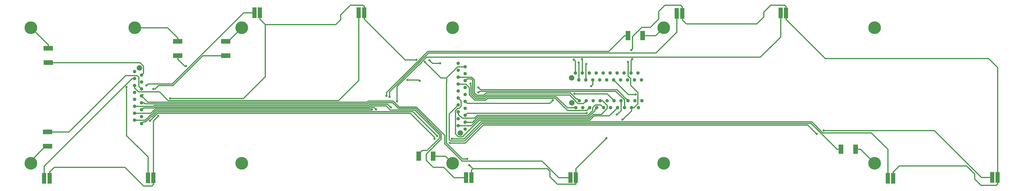
<source format=gbr>
G04 #@! TF.GenerationSoftware,KiCad,Pcbnew,5.0.2-bee76a0~70~ubuntu16.04.1*
G04 #@! TF.CreationDate,2019-05-02T01:50:19-04:00*
G04 #@! TF.ProjectId,BMS_Structural,424d535f-5374-4727-9563-747572616c2e,rev?*
G04 #@! TF.SameCoordinates,Original*
G04 #@! TF.FileFunction,Copper,L1,Top*
G04 #@! TF.FilePolarity,Positive*
%FSLAX46Y46*%
G04 Gerber Fmt 4.6, Leading zero omitted, Abs format (unit mm)*
G04 Created by KiCad (PCBNEW 5.0.2-bee76a0~70~ubuntu16.04.1) date Thu 02 May 2019 01:50:19 AM EDT*
%MOMM*%
%LPD*%
G01*
G04 APERTURE LIST*
G04 #@! TA.AperFunction,SMDPad,CuDef*
%ADD10R,1.500000X4.000000*%
G04 #@! TD*
G04 #@! TA.AperFunction,ComponentPad*
%ADD11C,1.300000*%
G04 #@! TD*
G04 #@! TA.AperFunction,ComponentPad*
%ADD12C,2.000000*%
G04 #@! TD*
G04 #@! TA.AperFunction,ComponentPad*
%ADD13C,4.648200*%
G04 #@! TD*
G04 #@! TA.AperFunction,SMDPad,CuDef*
%ADD14R,1.780000X3.500000*%
G04 #@! TD*
G04 #@! TA.AperFunction,SMDPad,CuDef*
%ADD15R,3.500000X1.780000*%
G04 #@! TD*
G04 #@! TA.AperFunction,ViaPad*
%ADD16C,0.800000*%
G04 #@! TD*
G04 #@! TA.AperFunction,Conductor*
%ADD17C,0.381000*%
G04 #@! TD*
G04 APERTURE END LIST*
D10*
G04 #@! TO.P,RT61,2*
G04 #@! TO.N,/GND_R*
X375920000Y-81915000D03*
G04 #@! TO.P,RT61,1*
G04 #@! TO.N,/MODULE6_TEMP1_R*
X373920000Y-81915000D03*
G04 #@! TD*
G04 #@! TO.P,RT62,2*
G04 #@! TO.N,/GND_R*
X337820000Y-82296000D03*
G04 #@! TO.P,RT62,1*
G04 #@! TO.N,/MODULE6_TEMP2_R*
X335820000Y-82296000D03*
G04 #@! TD*
G04 #@! TO.P,RT71,2*
G04 #@! TO.N,/GND_R*
X298704000Y-21666200D03*
G04 #@! TO.P,RT71,1*
G04 #@! TO.N,/MODULE7_TEMP1_R*
X296704000Y-21666200D03*
G04 #@! TD*
G04 #@! TO.P,RT72,2*
G04 #@! TO.N,/GND_R*
X260842000Y-21818600D03*
G04 #@! TO.P,RT72,1*
G04 #@! TO.N,/MODULE7_TEMP2_R*
X258842000Y-21818600D03*
G04 #@! TD*
G04 #@! TO.P,RT81,2*
G04 #@! TO.N,/GND_R*
X221996000Y-82042000D03*
G04 #@! TO.P,RT81,1*
G04 #@! TO.N,/MODULE8_TEMP1_R*
X219996000Y-82042000D03*
G04 #@! TD*
G04 #@! TO.P,RT82,2*
G04 #@! TO.N,/GND_R*
X183896000Y-82042000D03*
G04 #@! TO.P,RT82,1*
G04 #@! TO.N,/MODULE8_TEMP2_R*
X181896000Y-82042000D03*
G04 #@! TD*
G04 #@! TO.P,RT91,2*
G04 #@! TO.N,/GND_R*
X144764000Y-21590000D03*
G04 #@! TO.P,RT91,1*
G04 #@! TO.N,/MODULE9_TEMP1_R*
X142764000Y-21590000D03*
G04 #@! TD*
G04 #@! TO.P,RT92,2*
G04 #@! TO.N,/GND_R*
X106680000Y-21590000D03*
G04 #@! TO.P,RT92,1*
G04 #@! TO.N,/MODULE9_TEMP2_R*
X104680000Y-21590000D03*
G04 #@! TD*
G04 #@! TO.P,RT101,2*
G04 #@! TO.N,/GND_R*
X67818000Y-82092800D03*
G04 #@! TO.P,RT101,1*
G04 #@! TO.N,/MODULE10_TEMP1_R*
X65818000Y-82092800D03*
G04 #@! TD*
G04 #@! TO.P,RT102,2*
G04 #@! TO.N,/GND_R*
X29956000Y-82296000D03*
G04 #@! TO.P,RT102,1*
G04 #@! TO.N,/MODULE10_TEMP2_R*
X27956000Y-82296000D03*
G04 #@! TD*
D11*
G04 #@! TO.P,J1,5*
G04 #@! TO.N,/CELL1_VOLT_L*
X226923600Y-43688000D03*
G04 #@! TO.P,J1,3*
G04 #@! TO.N,/MODULE1_TEMP2_L*
X224383600Y-43688000D03*
G04 #@! TO.P,J1,1*
G04 #@! TO.N,/V-_L*
X221843600Y-43688000D03*
G04 #@! TO.P,J1,7*
G04 #@! TO.N,/MODULE2_TEMP1_L*
X229463600Y-43688000D03*
G04 #@! TO.P,J1,2*
G04 #@! TO.N,/CELL0_VOLT_L*
X223113600Y-46228000D03*
G04 #@! TO.P,J1,4*
G04 #@! TO.N,/MODULE1_TEMP1_L*
X225653600Y-46228000D03*
G04 #@! TO.P,J1,6*
G04 #@! TO.N,/MODULE2_TEMP2_L*
X228193600Y-46228000D03*
G04 #@! TO.P,J1,8*
G04 #@! TO.N,/CELL2_VOLT_L*
X230733600Y-46228000D03*
G04 #@! TO.P,J1,9*
G04 #@! TO.N,/MODULE3_TEMP2_L*
X232003600Y-43688000D03*
G04 #@! TO.P,J1,10*
G04 #@! TO.N,/MODULE3_TEMP1_L*
X233273600Y-46228000D03*
G04 #@! TO.P,J1,11*
G04 #@! TO.N,/CELL3_VOLT_L*
X234543600Y-43688000D03*
G04 #@! TO.P,J1,12*
G04 #@! TO.N,/MODULE4_TEMP2_L*
X235813600Y-46228000D03*
G04 #@! TO.P,J1,13*
G04 #@! TO.N,/MODULE4_TEMP1_L*
X237083600Y-43688000D03*
G04 #@! TO.P,J1,14*
G04 #@! TO.N,/CELL4_VOLT_L*
X238353600Y-46228000D03*
G04 #@! TO.P,J1,15*
G04 #@! TO.N,/MODULE5_TEMP2_L*
X239623600Y-43688000D03*
G04 #@! TO.P,J1,16*
G04 #@! TO.N,/MODULE5_TEMP1_L*
X240893600Y-46228000D03*
G04 #@! TO.P,J1,17*
G04 #@! TO.N,/GND_L*
X242163600Y-43688000D03*
G04 #@! TO.P,J1,18*
G04 #@! TO.N,Net-(J1-Pad18)*
X243433600Y-46228000D03*
G04 #@! TO.P,J1,19*
G04 #@! TO.N,Net-(J1-Pad19)*
X244703600Y-43688000D03*
G04 #@! TO.P,J1,20*
G04 #@! TO.N,Net-(J1-Pad20)*
X245973600Y-46228000D03*
D12*
G04 #@! TO.P,J1,21*
G04 #@! TO.N,N/C*
X220443600Y-45488000D03*
G04 #@! TD*
D11*
G04 #@! TO.P,J3,5*
G04 #@! TO.N,/CELL1_VOLT_R*
X227025200Y-56388000D03*
G04 #@! TO.P,J3,3*
G04 #@! TO.N,/MODULE1_TEMP2_R*
X224485200Y-56388000D03*
G04 #@! TO.P,J3,1*
G04 #@! TO.N,/V-_R*
X221945200Y-56388000D03*
G04 #@! TO.P,J3,7*
G04 #@! TO.N,/MODULE2_TEMP1_R*
X229565200Y-56388000D03*
G04 #@! TO.P,J3,2*
G04 #@! TO.N,/CELL0_VOLT_R*
X223215200Y-53848000D03*
G04 #@! TO.P,J3,4*
G04 #@! TO.N,/MODULE1_TEMP1_R*
X225755200Y-53848000D03*
G04 #@! TO.P,J3,6*
G04 #@! TO.N,/MODULE2_TEMP2_R*
X228295200Y-53848000D03*
G04 #@! TO.P,J3,8*
G04 #@! TO.N,/CELL2_VOLT_R*
X230835200Y-53848000D03*
G04 #@! TO.P,J3,9*
G04 #@! TO.N,/MODULE3_TEMP2_R*
X232105200Y-56388000D03*
G04 #@! TO.P,J3,10*
G04 #@! TO.N,/MODULE3_TEMP1_R*
X233375200Y-53848000D03*
G04 #@! TO.P,J3,11*
G04 #@! TO.N,/CELL3_VOLT_R*
X234645200Y-56388000D03*
G04 #@! TO.P,J3,12*
G04 #@! TO.N,/MODULE4_TEMP2_R*
X235915200Y-53848000D03*
G04 #@! TO.P,J3,13*
G04 #@! TO.N,/MODULE4_TEMP1_R*
X237185200Y-56388000D03*
G04 #@! TO.P,J3,14*
G04 #@! TO.N,/CELL4_VOLT_R*
X238455200Y-53848000D03*
G04 #@! TO.P,J3,15*
G04 #@! TO.N,/MODULE5_TEMP2_R*
X239725200Y-56388000D03*
G04 #@! TO.P,J3,16*
G04 #@! TO.N,/MODULE5_TEMP1_R*
X240995200Y-53848000D03*
G04 #@! TO.P,J3,17*
G04 #@! TO.N,/GND_R*
X242265200Y-56388000D03*
G04 #@! TO.P,J3,18*
G04 #@! TO.N,Net-(J3-Pad18)*
X243535200Y-53848000D03*
G04 #@! TO.P,J3,19*
G04 #@! TO.N,Net-(J3-Pad19)*
X244805200Y-56388000D03*
G04 #@! TO.P,J3,20*
G04 #@! TO.N,Net-(J3-Pad20)*
X246075200Y-53848000D03*
D12*
G04 #@! TO.P,J3,21*
G04 #@! TO.N,N/C*
X220545200Y-54588000D03*
G04 #@! TD*
D13*
G04 #@! TO.P,B1,1*
G04 #@! TO.N,Net-(B1-Pad1)*
X23061600Y-27051000D03*
G04 #@! TD*
G04 #@! TO.P,B2,1*
G04 #@! TO.N,Net-(B2-Pad1)*
X100061600Y-76827800D03*
G04 #@! TD*
G04 #@! TO.P,B3,1*
G04 #@! TO.N,Net-(B3-Pad1)*
X177061600Y-27051000D03*
G04 #@! TD*
G04 #@! TO.P,B4,1*
G04 #@! TO.N,Net-(B4-Pad1)*
X254061601Y-76827800D03*
G04 #@! TD*
G04 #@! TO.P,B5,1*
G04 #@! TO.N,Net-(B5-Pad1)*
X331061601Y-27051000D03*
G04 #@! TD*
G04 #@! TO.P,B6,1*
G04 #@! TO.N,Net-(B6-Pad1)*
X331061601Y-76827800D03*
G04 #@! TD*
G04 #@! TO.P,B7,1*
G04 #@! TO.N,Net-(B7-Pad1)*
X254061601Y-27051000D03*
G04 #@! TD*
G04 #@! TO.P,B8,1*
G04 #@! TO.N,Net-(B8-Pad1)*
X177061600Y-76827800D03*
G04 #@! TD*
G04 #@! TO.P,B10,1*
G04 #@! TO.N,Net-(B10-Pad1)*
X23061600Y-76827800D03*
G04 #@! TD*
G04 #@! TO.P,B12,1*
G04 #@! TO.N,Net-(B12-Pad1)*
X61061600Y-27051000D03*
G04 #@! TD*
D11*
G04 #@! TO.P,J2,5*
G04 #@! TO.N,/MODULE9_TEMP1_R*
X60960000Y-48260000D03*
G04 #@! TO.P,J2,3*
G04 #@! TO.N,/MODULE10_TEMP2_R*
X60960000Y-45720000D03*
G04 #@! TO.P,J2,1*
G04 #@! TO.N,/MODULE10_TEMP1_R*
X60960000Y-43180000D03*
G04 #@! TO.P,J2,7*
G04 #@! TO.N,/MODULE9_TEMP2_R*
X60960000Y-50800000D03*
G04 #@! TO.P,J2,2*
G04 #@! TO.N,/CELL10_VOLT_R*
X63500000Y-44450000D03*
G04 #@! TO.P,J2,4*
G04 #@! TO.N,/V-_R*
X63500000Y-46990000D03*
G04 #@! TO.P,J2,6*
G04 #@! TO.N,/CELL9_VOLT_R*
X63500000Y-49530000D03*
G04 #@! TO.P,J2,8*
G04 #@! TO.N,/MODULE8_TEMP1_R*
X63500000Y-52070000D03*
G04 #@! TO.P,J2,9*
G04 #@! TO.N,/CELL8_VOLT_R*
X60960000Y-53340000D03*
G04 #@! TO.P,J2,10*
G04 #@! TO.N,/MODULE8_TEMP2_R*
X63500000Y-54610000D03*
G04 #@! TO.P,J2,11*
G04 #@! TO.N,/MODULE7_TEMP1_R*
X60960000Y-55880000D03*
G04 #@! TO.P,J2,12*
G04 #@! TO.N,/CELL7_VOLT_R*
X63500000Y-57150000D03*
G04 #@! TO.P,J2,13*
G04 #@! TO.N,/MODULE7_TEMP2_R*
X60960000Y-58420000D03*
G04 #@! TO.P,J2,14*
G04 #@! TO.N,/MODULE6_TEMP1_R*
X63500000Y-59690000D03*
G04 #@! TO.P,J2,15*
G04 #@! TO.N,/CELL6_VOLT_R*
X60960000Y-60960000D03*
G04 #@! TO.P,J2,16*
G04 #@! TO.N,/MODULE6_TEMP2_R*
X63500000Y-62230000D03*
D12*
G04 #@! TO.P,J2,17*
G04 #@! TO.N,N/C*
X62760000Y-41780000D03*
G04 #@! TD*
D11*
G04 #@! TO.P,J4,5*
G04 #@! TO.N,/CELL4_VOLT_R*
X181610000Y-59182000D03*
G04 #@! TO.P,J4,3*
G04 #@! TO.N,/MODULE2_TEMP1_R*
X181610000Y-61722000D03*
G04 #@! TO.P,J4,1*
G04 #@! TO.N,/MODULE2_TEMP2_R*
X181610000Y-64262000D03*
G04 #@! TO.P,J4,7*
G04 #@! TO.N,/MODULE3_TEMP1_R*
X181610000Y-56642000D03*
G04 #@! TO.P,J4,2*
G04 #@! TO.N,/CELL2_VOLT_R*
X179070000Y-62992000D03*
G04 #@! TO.P,J4,4*
G04 #@! TO.N,/MODULE1_TEMP2_R*
X179070000Y-60452000D03*
G04 #@! TO.P,J4,6*
G04 #@! TO.N,/MODULE3_TEMP2_R*
X179070000Y-57912000D03*
G04 #@! TO.P,J4,8*
G04 #@! TO.N,/CELL5_VOLT_R*
X179070000Y-55372000D03*
G04 #@! TO.P,J4,9*
G04 #@! TO.N,/MODULE4_TEMP2_R*
X181610000Y-54102000D03*
G04 #@! TO.P,J4,10*
G04 #@! TO.N,/MODULE4_TEMP1_R*
X179070000Y-52832000D03*
G04 #@! TO.P,J4,11*
G04 #@! TO.N,/CELL3_VOLT_R*
X181610000Y-51562000D03*
G04 #@! TO.P,J4,12*
G04 #@! TO.N,/MODULE5_TEMP2_R*
X179070000Y-50292000D03*
G04 #@! TO.P,J4,13*
G04 #@! TO.N,/MODULE5_TEMP1_R*
X181610000Y-49022000D03*
G04 #@! TO.P,J4,14*
G04 #@! TO.N,/CELL1_VOLT_R*
X179070000Y-47752000D03*
G04 #@! TO.P,J4,15*
G04 #@! TO.N,/MODULE1_TEMP1_R*
X181610000Y-46482000D03*
G04 #@! TO.P,J4,16*
G04 #@! TO.N,/CELL0_VOLT_R*
X179070000Y-45212000D03*
G04 #@! TO.P,J4,17*
G04 #@! TO.N,/V+_R*
X181610000Y-43942000D03*
G04 #@! TO.P,J4,18*
G04 #@! TO.N,/VREG_R*
X179070000Y-42672000D03*
G04 #@! TO.P,J4,19*
G04 #@! TO.N,/GND_R*
X181610000Y-41402000D03*
G04 #@! TO.P,J4,20*
G04 #@! TO.N,Net-(J4-Pad20)*
X179070000Y-40132000D03*
D12*
G04 #@! TO.P,J4,21*
G04 #@! TO.N,N/C*
X179810000Y-65662000D03*
G04 #@! TD*
D13*
G04 #@! TO.P,B9,1*
G04 #@! TO.N,Net-(B9-Pad1)*
X100061600Y-27051000D03*
G04 #@! TD*
D14*
G04 #@! TO.P,F6,1*
G04 #@! TO.N,/CELL5_VOLT_R*
X318770000Y-71628000D03*
G04 #@! TO.P,F6,2*
G04 #@! TO.N,Net-(B6-Pad1)*
X324050000Y-71628000D03*
G04 #@! TD*
G04 #@! TO.P,F7,2*
G04 #@! TO.N,Net-(B7-Pad1)*
X246326000Y-29972000D03*
G04 #@! TO.P,F7,1*
G04 #@! TO.N,/CELL6_VOLT_R*
X241046000Y-29972000D03*
G04 #@! TD*
G04 #@! TO.P,F8,1*
G04 #@! TO.N,/CELL7_VOLT_R*
X164646000Y-74168000D03*
G04 #@! TO.P,F8,2*
G04 #@! TO.N,Net-(B8-Pad1)*
X169926000Y-74168000D03*
G04 #@! TD*
D15*
G04 #@! TO.P,F9,2*
G04 #@! TO.N,Net-(B9-Pad1)*
X94234000Y-32058000D03*
G04 #@! TO.P,F9,1*
G04 #@! TO.N,/CELL8_VOLT_R*
X94234000Y-37338000D03*
G04 #@! TD*
G04 #@! TO.P,F10,2*
G04 #@! TO.N,Net-(B10-Pad1)*
X29210000Y-70558000D03*
G04 #@! TO.P,F10,1*
G04 #@! TO.N,/CELL9_VOLT_R*
X29210000Y-65278000D03*
G04 #@! TD*
G04 #@! TO.P,F12,2*
G04 #@! TO.N,Net-(B12-Pad1)*
X76708000Y-32058000D03*
G04 #@! TO.P,F12,1*
G04 #@! TO.N,/V+_R*
X76708000Y-37338000D03*
G04 #@! TD*
G04 #@! TO.P,F11,2*
G04 #@! TO.N,Net-(B1-Pad1)*
X29464000Y-34598000D03*
G04 #@! TO.P,F11,1*
G04 #@! TO.N,/CELL10_VOLT_R*
X29464000Y-39878000D03*
G04 #@! TD*
D16*
G04 #@! TO.N,/MODULE5_TEMP2_R*
X186436012Y-50800000D03*
G04 #@! TO.N,/MODULE4_TEMP2_R*
X221475836Y-51336510D03*
X213614000Y-53660554D03*
G04 #@! TO.N,/MODULE5_TEMP1_R*
X186436000Y-49022000D03*
G04 #@! TO.N,/MODULE10_TEMP1_R*
X57995331Y-48883382D03*
G04 #@! TO.N,/V+_R*
X79756000Y-41148000D03*
X172466000Y-40132000D03*
X168584601Y-39066160D03*
G04 #@! TO.N,/MODULE9_TEMP2_R*
X65278000Y-48260000D03*
G04 #@! TO.N,/MODULE7_TEMP2_R*
X153981102Y-52399658D03*
X149098000Y-57048479D03*
G04 #@! TO.N,/MODULE7_TEMP1_R*
X156701648Y-54085647D03*
X154482973Y-56337023D03*
G04 #@! TO.N,/MODULE6_TEMP1_R*
X66547994Y-61214000D03*
X170434000Y-67818000D03*
X176022000Y-69342000D03*
X309880000Y-66040000D03*
X312420000Y-64770000D03*
G04 #@! TO.N,/MODULE6_TEMP2_R*
X171450000Y-66801996D03*
X176784000Y-67789490D03*
G04 #@! TO.N,/GND_R*
X233172000Y-67564000D03*
X183134000Y-77470000D03*
X182372000Y-75155490D03*
X239014000Y-60785468D03*
X166878000Y-39624000D03*
X163830000Y-38862000D03*
X73914000Y-52981402D03*
X69596000Y-59436000D03*
X242179489Y-35269243D03*
X241046000Y-39624000D03*
G04 #@! TO.N,/GND_L*
X242570000Y-38608000D03*
G04 #@! TO.N,/V-_R*
X183511978Y-47555655D03*
X160528000Y-46228000D03*
X164964956Y-46565053D03*
G04 #@! TO.N,/CELL3_VOLT_R*
X181610000Y-51562000D03*
G04 #@! TO.N,/CELL4_VOLT_R*
X236982000Y-58928000D03*
X225919515Y-58426457D03*
G04 #@! TO.N,/CELL8_VOLT_R*
X67818000Y-49530000D03*
G04 #@! TO.N,/CELL6_VOLT_R*
X152908000Y-52070000D03*
X147574000Y-57048479D03*
G04 #@! TO.N,/CELL0_VOLT_L*
X223012000Y-39878000D03*
G04 #@! TO.N,/V-_L*
X221204164Y-38739787D03*
G04 #@! TO.N,/MODULE1_TEMP2_L*
X224292519Y-38636510D03*
G04 #@! TO.N,/MODULE1_TEMP1_L*
X225806000Y-40386000D03*
G04 #@! TO.N,/MODULE2_TEMP2_L*
X227584000Y-48514000D03*
G04 #@! TO.N,/MODULE4_TEMP2_L*
X243811490Y-51562000D03*
G04 #@! TD*
D17*
G04 #@! TO.N,/MODULE5_TEMP2_R*
X186836011Y-50400001D02*
X186436012Y-50800000D01*
X239725200Y-56388000D02*
X239725200Y-53543200D01*
X236582001Y-50400001D02*
X186836011Y-50400001D01*
X239725200Y-53543200D02*
X236582001Y-50400001D01*
G04 #@! TO.N,/MODULE4_TEMP2_R*
X222041521Y-51336510D02*
X221475836Y-51336510D01*
X235915200Y-53848000D02*
X233403710Y-51336510D01*
X233403710Y-51336510D02*
X222041521Y-51336510D01*
X212522555Y-54751999D02*
X213214001Y-54060553D01*
X213214001Y-54060553D02*
X213614000Y-53660554D01*
X182259999Y-54751999D02*
X212522555Y-54751999D01*
X181610000Y-54102000D02*
X182259999Y-54751999D01*
G04 #@! TO.N,/MODULE4_TEMP1_R*
X179719999Y-53481999D02*
X179070000Y-52832000D01*
X180110501Y-55871441D02*
X180110501Y-53872501D01*
X179339942Y-56642000D02*
X180110501Y-55871441D01*
X178800058Y-56642000D02*
X179339942Y-56642000D01*
X178029499Y-57412559D02*
X178800058Y-56642000D01*
X178029499Y-65939441D02*
X178029499Y-57412559D01*
X186690000Y-60960000D02*
X180597499Y-67052501D01*
X180110501Y-53872501D02*
X179719999Y-53481999D01*
X237185200Y-56388000D02*
X234188000Y-59385200D01*
X234188000Y-59385200D02*
X228650800Y-59385200D01*
X228650800Y-59385200D02*
X227076000Y-60960000D01*
X227076000Y-60960000D02*
X186690000Y-60960000D01*
X180597499Y-67052501D02*
X179142559Y-67052501D01*
X179142559Y-67052501D02*
X178029499Y-65939441D01*
G04 #@! TO.N,/MODULE2_TEMP1_R*
X182529238Y-61722000D02*
X181610000Y-61722000D01*
X228915201Y-57477454D02*
X226594677Y-59797978D01*
X228915201Y-57037999D02*
X228915201Y-57477454D01*
X229565200Y-56388000D02*
X228915201Y-57037999D01*
X184284654Y-61722000D02*
X182529238Y-61722000D01*
X186208676Y-59797978D02*
X184284654Y-61722000D01*
X226594677Y-59797978D02*
X186208676Y-59797978D01*
G04 #@! TO.N,/MODULE5_TEMP1_R*
X187198000Y-49784000D02*
X186436000Y-49022000D01*
X236982000Y-49784000D02*
X187198000Y-49784000D01*
X239373688Y-52175688D02*
X236982000Y-49784000D01*
X239373688Y-52226488D02*
X239373688Y-52175688D01*
X240995200Y-53848000D02*
X239373688Y-52226488D01*
G04 #@! TO.N,/MODULE3_TEMP2_R*
X232105200Y-56388000D02*
X231064699Y-55347499D01*
X231064699Y-55347499D02*
X229065759Y-55347499D01*
X185968014Y-59216967D02*
X184962480Y-60222501D01*
X180461263Y-60222501D02*
X179070000Y-58831238D01*
X228065701Y-57505281D02*
X226354015Y-59216967D01*
X184962480Y-60222501D02*
X180461263Y-60222501D01*
X226354015Y-59216967D02*
X185968014Y-59216967D01*
X228065701Y-56347557D02*
X228065701Y-57505281D01*
X229065759Y-55347499D02*
X228065701Y-56347557D01*
X179070000Y-58831238D02*
X179070000Y-57912000D01*
G04 #@! TO.N,/MODULE1_TEMP1_R*
X188580103Y-52425512D02*
X185561897Y-52425512D01*
X222715759Y-54888501D02*
X221935701Y-54108443D01*
X189297593Y-51708022D02*
X188580103Y-52425512D01*
X183794383Y-45832001D02*
X182259999Y-45832001D01*
X184302488Y-51166103D02*
X184302488Y-46340106D01*
X185561897Y-52425512D02*
X184302488Y-51166103D01*
X221935701Y-53920559D02*
X219723164Y-51708022D01*
X182259999Y-45832001D02*
X181610000Y-46482000D01*
X225755200Y-53848000D02*
X224714699Y-54888501D01*
X221935701Y-54108443D02*
X221935701Y-53920559D01*
X224714699Y-54888501D02*
X222715759Y-54888501D01*
X219723164Y-51708022D02*
X189297593Y-51708022D01*
X184302488Y-46340106D02*
X183794383Y-45832001D01*
G04 #@! TO.N,/MODULE10_TEMP1_R*
X57995331Y-49449067D02*
X57995331Y-48883382D01*
X65818000Y-74454000D02*
X57995331Y-66631331D01*
X57995331Y-66631331D02*
X57995331Y-49449067D01*
X65818000Y-82092800D02*
X65818000Y-74454000D01*
G04 #@! TO.N,/MODULE10_TEMP2_R*
X60960000Y-45720000D02*
X60040762Y-45720000D01*
X27956000Y-79915000D02*
X27956000Y-82296000D01*
X27956000Y-77804762D02*
X27956000Y-79915000D01*
X60040762Y-45720000D02*
X27956000Y-77804762D01*
G04 #@! TO.N,/V+_R*
X79247000Y-41148000D02*
X79756000Y-41148000D01*
X76708000Y-38609000D02*
X79247000Y-41148000D01*
X76708000Y-37338000D02*
X76708000Y-38609000D01*
X169650441Y-40132000D02*
X168984600Y-39466159D01*
X168984600Y-39466159D02*
X168584601Y-39066160D01*
X172466000Y-40132000D02*
X169650441Y-40132000D01*
G04 #@! TO.N,/MODULE8_TEMP2_R*
X155058561Y-54514944D02*
X157220584Y-56676967D01*
X167386000Y-73365619D02*
X167386000Y-75692000D01*
X64419238Y-54610000D02*
X64743172Y-54933934D01*
X64743172Y-54933934D02*
X146053583Y-54933934D01*
X157220584Y-56676967D02*
X163476313Y-56676967D01*
X63500000Y-54610000D02*
X64419238Y-54610000D01*
X146472572Y-54514944D02*
X155058561Y-54514944D01*
X163476313Y-56676967D02*
X172821512Y-66022166D01*
X169926000Y-78232000D02*
X173736000Y-78232000D01*
X180765000Y-82042000D02*
X181896000Y-82042000D01*
X146053583Y-54933934D02*
X146472572Y-54514944D01*
X167386000Y-75692000D02*
X169926000Y-78232000D01*
X172821512Y-66022166D02*
X172821512Y-67930107D01*
X172821512Y-67930107D02*
X167386000Y-73365619D01*
X173736000Y-78232000D02*
X177546000Y-82042000D01*
X177546000Y-82042000D02*
X180765000Y-82042000D01*
G04 #@! TO.N,/MODULE8_TEMP1_R*
X64008000Y-51562000D02*
X63500000Y-52070000D01*
X218865000Y-82042000D02*
X219996000Y-82042000D01*
X65782923Y-54352923D02*
X145812920Y-54352923D01*
X63500000Y-52070000D02*
X65782923Y-54352923D01*
X174170989Y-66549970D02*
X174170989Y-69582662D01*
X145812920Y-54352923D02*
X146231910Y-53933933D01*
X174170989Y-69582662D02*
X180534327Y-75946000D01*
X163716975Y-56095956D02*
X174170989Y-66549970D01*
X157461246Y-56095956D02*
X163716975Y-56095956D01*
X155299223Y-53933933D02*
X157461246Y-56095956D01*
X215695159Y-82042000D02*
X218865000Y-82042000D01*
X209599159Y-75946000D02*
X215695159Y-82042000D01*
X146231910Y-53933933D02*
X155299223Y-53933933D01*
X180534327Y-75946000D02*
X209599159Y-75946000D01*
G04 #@! TO.N,/MODULE9_TEMP2_R*
X61087000Y-50673000D02*
X60960000Y-50800000D01*
X104680000Y-21590000D02*
X100778327Y-21590000D01*
X65677999Y-47860001D02*
X65278000Y-48260000D01*
X74689339Y-47678989D02*
X65859011Y-47678989D01*
X100778327Y-21590000D02*
X74689339Y-47678989D01*
X65859011Y-47678989D02*
X65677999Y-47860001D01*
G04 #@! TO.N,/MODULE9_TEMP1_R*
X142764000Y-23971000D02*
X142764000Y-21590000D01*
X135358030Y-53771912D02*
X142764000Y-46365942D01*
X73175966Y-53771912D02*
X135358030Y-53771912D01*
X60960000Y-48260000D02*
X60960000Y-49179238D01*
X60960000Y-49179238D02*
X62351263Y-50570501D01*
X142764000Y-46365942D02*
X142764000Y-23971000D01*
X62351263Y-50570501D02*
X69974555Y-50570501D01*
X69974555Y-50570501D02*
X73175966Y-53771912D01*
G04 #@! TO.N,/MODULE7_TEMP2_R*
X168188383Y-36322000D02*
X165201512Y-39308871D01*
X153981102Y-51833973D02*
X153981102Y-52399658D01*
X153981102Y-50529281D02*
X153981102Y-51833973D01*
X165201512Y-39482103D02*
X164450103Y-40233512D01*
X165201512Y-39308871D02*
X165201512Y-39482103D01*
X258842000Y-21818600D02*
X258842000Y-28686000D01*
X164276871Y-40233512D02*
X153981102Y-50529281D01*
X164450103Y-40233512D02*
X164276871Y-40233512D01*
X251206000Y-36322000D02*
X168188383Y-36322000D01*
X258842000Y-28686000D02*
X251206000Y-36322000D01*
X147194558Y-56257977D02*
X148307498Y-56257977D01*
X146775568Y-56676967D02*
X147194558Y-56257977D01*
X68620008Y-56676967D02*
X146775568Y-56676967D01*
X66876975Y-58420000D02*
X68620008Y-56676967D01*
X60960000Y-58420000D02*
X66876975Y-58420000D01*
X148307498Y-56257977D02*
X148698001Y-56648480D01*
X148698001Y-56648480D02*
X149098000Y-57048479D01*
G04 #@! TO.N,/MODULE7_TEMP1_R*
X67773629Y-55880000D02*
X68138684Y-55514945D01*
X146294244Y-55514945D02*
X146713234Y-55095955D01*
X146713234Y-55095955D02*
X153241905Y-55095955D01*
X154082974Y-55937024D02*
X154482973Y-56337023D01*
X153241905Y-55095955D02*
X154082974Y-55937024D01*
X60960000Y-55880000D02*
X67773629Y-55880000D01*
X68138684Y-55514945D02*
X146294244Y-55514945D01*
X242977944Y-37846000D02*
X242949442Y-37817498D01*
X296704000Y-30448000D02*
X289306000Y-37846000D01*
X242949442Y-37817498D02*
X242190558Y-37817498D01*
X164690765Y-40814523D02*
X164517533Y-40814523D01*
X167486056Y-37846000D02*
X165782523Y-39549533D01*
X242190558Y-37817498D02*
X242162056Y-37846000D01*
X156701648Y-53519962D02*
X156701648Y-54085647D01*
X164517533Y-40814523D02*
X156701648Y-48630408D01*
X296704000Y-21666200D02*
X296704000Y-30448000D01*
X242162056Y-37846000D02*
X167486056Y-37846000D01*
X165782523Y-39722765D02*
X164690765Y-40814523D01*
X165782523Y-39549533D02*
X165782523Y-39722765D01*
X156701648Y-48630408D02*
X156701648Y-53519962D01*
X289306000Y-37846000D02*
X242977944Y-37846000D01*
G04 #@! TO.N,/MODULE6_TEMP1_R*
X369951000Y-81915000D02*
X373920000Y-81915000D01*
X352806000Y-64770000D02*
X369951000Y-81915000D01*
X312420000Y-64770000D02*
X352806000Y-64770000D01*
X181610000Y-69342000D02*
X188214000Y-62738000D01*
X176022000Y-69342000D02*
X181610000Y-69342000D01*
X188214000Y-62738000D02*
X306578000Y-62738000D01*
X306578000Y-62738000D02*
X309880000Y-66040000D01*
X170434000Y-67310000D02*
X170434000Y-67818000D01*
X66547994Y-61214000D02*
X69341994Y-58420000D01*
X69341994Y-58420000D02*
X161544000Y-58420000D01*
X161544000Y-58420000D02*
X170434000Y-67310000D01*
G04 #@! TO.N,/MODULE6_TEMP2_R*
X187401707Y-61575978D02*
X181188195Y-67789490D01*
X335820000Y-82296000D02*
X335820000Y-71660000D01*
X312085069Y-65605011D02*
X308056036Y-61575978D01*
X177349685Y-67789490D02*
X176784000Y-67789490D01*
X308056036Y-61575978D02*
X187401707Y-61575978D01*
X181188195Y-67789490D02*
X177349685Y-67789490D01*
X335820000Y-71660000D02*
X329765011Y-65605011D01*
X329765011Y-65605011D02*
X312085069Y-65605011D01*
X69101332Y-57838989D02*
X162486993Y-57838989D01*
X162486993Y-57838989D02*
X171050001Y-66401997D01*
X64149999Y-61580001D02*
X65031344Y-61580001D01*
X65031344Y-61580001D02*
X67029323Y-59582022D01*
X67358299Y-59582022D02*
X69101332Y-57838989D01*
X67029323Y-59582022D02*
X67358299Y-59582022D01*
X63500000Y-62230000D02*
X64149999Y-61580001D01*
X171050001Y-66401997D02*
X171450000Y-66801996D01*
G04 #@! TO.N,/GND_R*
X375920000Y-84296000D02*
X375380000Y-84836000D01*
X375920000Y-81915000D02*
X375920000Y-84296000D01*
X375380000Y-84836000D02*
X369824000Y-84836000D01*
X369824000Y-84836000D02*
X367538000Y-82550000D01*
X367538000Y-80706514D02*
X364555486Y-77724000D01*
X367538000Y-82550000D02*
X367538000Y-80706514D01*
X337820000Y-79915000D02*
X337820000Y-82296000D01*
X340011000Y-77724000D02*
X337820000Y-79915000D01*
X364555486Y-77724000D02*
X340011000Y-77724000D01*
X298704000Y-24047200D02*
X298704000Y-21666200D01*
X375920000Y-81915000D02*
X375920000Y-41656000D01*
X313010800Y-38354000D02*
X298704000Y-24047200D01*
X375920000Y-41656000D02*
X372618000Y-38354000D01*
X372618000Y-38354000D02*
X313010800Y-38354000D01*
X298704000Y-19285200D02*
X298694499Y-19275699D01*
X298704000Y-21666200D02*
X298704000Y-19285200D01*
X298704000Y-19285200D02*
X298685200Y-19285200D01*
X298685200Y-19285200D02*
X298196000Y-18796000D01*
X298196000Y-18796000D02*
X293116000Y-18796000D01*
X293116000Y-18796000D02*
X290576000Y-21336000D01*
X290576000Y-23134286D02*
X288056286Y-25654000D01*
X290576000Y-21336000D02*
X290576000Y-23134286D01*
X260842000Y-24199600D02*
X260842000Y-21818600D01*
X262296400Y-25654000D02*
X260842000Y-24199600D01*
X288056286Y-25654000D02*
X262296400Y-25654000D01*
X221996000Y-78740000D02*
X221996000Y-82042000D01*
X233172000Y-67564000D02*
X221996000Y-78740000D01*
X211571486Y-78740000D02*
X184817000Y-78740000D01*
X221996000Y-82042000D02*
X221996000Y-84423000D01*
X212504111Y-79672625D02*
X211571486Y-78740000D01*
X221996000Y-84423000D02*
X221986499Y-84432501D01*
X215242501Y-84432501D02*
X212504111Y-81694111D01*
X212504111Y-81694111D02*
X212504111Y-79672625D01*
X221986499Y-84432501D02*
X215242501Y-84432501D01*
X184404000Y-78740000D02*
X183134000Y-77470000D01*
X184817000Y-78740000D02*
X184404000Y-78740000D01*
X183896000Y-79248000D02*
X183896000Y-82042000D01*
X184404000Y-78740000D02*
X183896000Y-79248000D01*
X178800058Y-41402000D02*
X174752000Y-45450058D01*
X181610000Y-41402000D02*
X178800058Y-41402000D01*
X242265200Y-57534268D02*
X239413999Y-60385469D01*
X242265200Y-56388000D02*
X242265200Y-57534268D01*
X239413999Y-60385469D02*
X239014000Y-60785468D01*
X144764000Y-23971000D02*
X144764000Y-21590000D01*
X159655000Y-38862000D02*
X144764000Y-23971000D01*
X163830000Y-38862000D02*
X159655000Y-38862000D01*
X106680000Y-23971000D02*
X106680000Y-21590000D01*
X144526000Y-19050000D02*
X144272000Y-18796000D01*
X144605000Y-19050000D02*
X144526000Y-19050000D01*
X139700000Y-18796000D02*
X136144000Y-22352000D01*
X144764000Y-21590000D02*
X144764000Y-19209000D01*
X144764000Y-19209000D02*
X144605000Y-19050000D01*
X134366000Y-25908000D02*
X108617000Y-25908000D01*
X144272000Y-18796000D02*
X139700000Y-18796000D01*
X136144000Y-22352000D02*
X136144000Y-24130000D01*
X136144000Y-24130000D02*
X134366000Y-25908000D01*
X108617000Y-25908000D02*
X106680000Y-23971000D01*
X108617000Y-25908000D02*
X108617000Y-45053000D01*
X74479685Y-52981402D02*
X73914000Y-52981402D01*
X108617000Y-45053000D02*
X100688598Y-52981402D01*
X100688598Y-52981402D02*
X74479685Y-52981402D01*
X67818000Y-61214000D02*
X69196001Y-59835999D01*
X67818000Y-82092800D02*
X67818000Y-61214000D01*
X69196001Y-59835999D02*
X69596000Y-59436000D01*
X29956000Y-79915000D02*
X29956000Y-82296000D01*
X31639000Y-78232000D02*
X29956000Y-79915000D01*
X67818000Y-82092800D02*
X67818000Y-84473800D01*
X67818000Y-84473800D02*
X67201800Y-85090000D01*
X64262000Y-85090000D02*
X57404000Y-78232000D01*
X57404000Y-78232000D02*
X31639000Y-78232000D01*
X67201800Y-85090000D02*
X64262000Y-85090000D01*
X242579488Y-34869244D02*
X242179489Y-35269243D01*
X254508000Y-18796000D02*
X252222000Y-21082000D01*
X260200400Y-18796000D02*
X254508000Y-18796000D01*
X252222000Y-23876000D02*
X249174000Y-26924000D01*
X242678370Y-34770362D02*
X242579488Y-34869244D01*
X260842000Y-19437600D02*
X260200400Y-18796000D01*
X252222000Y-21082000D02*
X252222000Y-23876000D01*
X260842000Y-21818600D02*
X260842000Y-19437600D01*
X249174000Y-26924000D02*
X246031098Y-26924000D01*
X246031098Y-26924000D02*
X242678370Y-30276728D01*
X242678370Y-30276728D02*
X242678370Y-34770362D01*
X242265200Y-56388000D02*
X243184438Y-56388000D01*
X244602000Y-54970438D02*
X244602000Y-50800000D01*
X241934101Y-45728559D02*
X241046000Y-44840458D01*
X241046000Y-40189685D02*
X241046000Y-39624000D01*
X241934101Y-48132101D02*
X241934101Y-45728559D01*
X243184438Y-56388000D02*
X244602000Y-54970438D01*
X244602000Y-50800000D02*
X241934101Y-48132101D01*
X241046000Y-44840458D02*
X241046000Y-40189685D01*
X180565490Y-75155490D02*
X181806315Y-75155490D01*
X174780501Y-47115441D02*
X174752000Y-47143942D01*
X174752000Y-45450058D02*
X174780501Y-45478559D01*
X181806315Y-75155490D02*
X182372000Y-75155490D01*
X174752000Y-69342000D02*
X180565490Y-75155490D01*
X174752000Y-47143942D02*
X174752000Y-69342000D01*
X174780501Y-45478559D02*
X174780501Y-47115441D01*
X174752000Y-45450058D02*
X172704058Y-45450058D01*
X167277999Y-40023999D02*
X166878000Y-39624000D01*
X172704058Y-45450058D02*
X167277999Y-40023999D01*
G04 #@! TO.N,/GND_L*
X242163600Y-39014400D02*
X242570000Y-38608000D01*
X242163600Y-43688000D02*
X242163600Y-39014400D01*
G04 #@! TO.N,Net-(J3-Pad19)*
X244805200Y-56388000D02*
X245034699Y-56158501D01*
G04 #@! TO.N,Net-(B1-Pad1)*
X29464000Y-33327000D02*
X23188000Y-27051000D01*
X23188000Y-27051000D02*
X23061600Y-27051000D01*
X29464000Y-34598000D02*
X29464000Y-33327000D01*
G04 #@! TO.N,Net-(B6-Pad1)*
X325861801Y-71628000D02*
X331061601Y-76827800D01*
X324050000Y-71628000D02*
X325861801Y-71628000D01*
G04 #@! TO.N,Net-(B7-Pad1)*
X251140601Y-29972000D02*
X254061601Y-27051000D01*
X246326000Y-29972000D02*
X251140601Y-29972000D01*
G04 #@! TO.N,Net-(B8-Pad1)*
X174401800Y-74168000D02*
X177061600Y-76827800D01*
X169926000Y-74168000D02*
X174401800Y-74168000D01*
G04 #@! TO.N,Net-(B9-Pad1)*
X95054600Y-32058000D02*
X94234000Y-32058000D01*
X100061600Y-27051000D02*
X95054600Y-32058000D01*
G04 #@! TO.N,Net-(B10-Pad1)*
X23061600Y-75846400D02*
X23061600Y-76827800D01*
X28350000Y-70558000D02*
X23061600Y-75846400D01*
X29210000Y-70558000D02*
X28350000Y-70558000D01*
G04 #@! TO.N,Net-(B12-Pad1)*
X64348373Y-27051000D02*
X61061600Y-27051000D01*
X72972000Y-27051000D02*
X64348373Y-27051000D01*
X76708000Y-30787000D02*
X72972000Y-27051000D01*
X76708000Y-32058000D02*
X76708000Y-30787000D01*
G04 #@! TO.N,/V-_R*
X183511978Y-48121340D02*
X183511978Y-47555655D01*
X221945200Y-56388000D02*
X218828656Y-56388000D01*
X218828656Y-56388000D02*
X214729689Y-52289033D01*
X189538254Y-52289033D02*
X188820765Y-53006523D01*
X214729689Y-52289033D02*
X189538254Y-52289033D01*
X183721477Y-48330839D02*
X183511978Y-48121340D01*
X183721477Y-51406765D02*
X183721477Y-48330839D01*
X185321235Y-53006523D02*
X183721477Y-51406765D01*
X188820765Y-53006523D02*
X185321235Y-53006523D01*
X164627903Y-46228000D02*
X164964956Y-46565053D01*
X160528000Y-46228000D02*
X164627903Y-46228000D01*
G04 #@! TO.N,/CELL0_VOLT_R*
X185802559Y-51844501D02*
X184883499Y-50925441D01*
X184883499Y-46099443D02*
X183996056Y-45212000D01*
X219950394Y-50981012D02*
X189202930Y-50981012D01*
X184883499Y-50925441D02*
X184883499Y-46099443D01*
X179989238Y-45212000D02*
X179070000Y-45212000D01*
X188339441Y-51844501D02*
X185802559Y-51844501D01*
X189202930Y-50981012D02*
X188339441Y-51844501D01*
X183996056Y-45212000D02*
X179989238Y-45212000D01*
X222565201Y-53198001D02*
X222167383Y-53198001D01*
X223215200Y-53848000D02*
X222565201Y-53198001D01*
X222167383Y-53198001D02*
X219950394Y-50981012D01*
G04 #@! TO.N,/CELL1_VOLT_R*
X181879942Y-47752000D02*
X179989238Y-47752000D01*
X179989238Y-47752000D02*
X179070000Y-47752000D01*
X183140466Y-49012524D02*
X181879942Y-47752000D01*
X183140466Y-51647427D02*
X183140466Y-49012524D01*
X189778917Y-52870044D02*
X189061427Y-53587534D01*
X214414044Y-52870044D02*
X189778917Y-52870044D01*
X218972501Y-57428501D02*
X214414044Y-52870044D01*
X225984699Y-57428501D02*
X218972501Y-57428501D01*
X189061427Y-53587534D02*
X185080573Y-53587534D01*
X185080573Y-53587534D02*
X183140466Y-51647427D01*
X227025200Y-56388000D02*
X225984699Y-57428501D01*
G04 #@! TO.N,/CELL2_VOLT_R*
X231754438Y-53848000D02*
X230835200Y-53848000D01*
X233426000Y-55519562D02*
X231754438Y-53848000D01*
X186449338Y-60378989D02*
X226835338Y-60378989D01*
X233426000Y-56642000D02*
X233426000Y-55519562D01*
X231263811Y-58804189D02*
X233426000Y-56642000D01*
X179070000Y-62992000D02*
X183836327Y-62992000D01*
X228410138Y-58804189D02*
X231263811Y-58804189D01*
X226835338Y-60378989D02*
X228410138Y-58804189D01*
X183836327Y-62992000D02*
X186449338Y-60378989D01*
G04 #@! TO.N,/CELL4_VOLT_R*
X238455200Y-57454800D02*
X238455200Y-53848000D01*
X236982000Y-58928000D02*
X238455200Y-57454800D01*
X181610000Y-59182000D02*
X182365543Y-58426457D01*
X182365543Y-58426457D02*
X225353830Y-58426457D01*
X225353830Y-58426457D02*
X225919515Y-58426457D01*
G04 #@! TO.N,/CELL10_VOLT_R*
X31595000Y-39878000D02*
X29464000Y-39878000D01*
X62915942Y-39878000D02*
X31595000Y-39878000D01*
X64150501Y-41112559D02*
X62915942Y-39878000D01*
X64150501Y-43799499D02*
X64150501Y-41112559D01*
X63500000Y-44450000D02*
X64150501Y-43799499D01*
G04 #@! TO.N,/CELL9_VOLT_R*
X63627000Y-49657000D02*
X63500000Y-49530000D01*
X29210000Y-65278000D02*
X37024327Y-65278000D01*
X61902989Y-44630989D02*
X62459499Y-45187499D01*
X62459499Y-48489499D02*
X62850001Y-48880001D01*
X37024327Y-65278000D02*
X57671338Y-44630989D01*
X62850001Y-48880001D02*
X63500000Y-49530000D01*
X57671338Y-44630989D02*
X61902989Y-44630989D01*
X62459499Y-45187499D02*
X62459499Y-48489499D01*
G04 #@! TO.N,/CELL8_VOLT_R*
X68383685Y-49530000D02*
X67818000Y-49530000D01*
X74930000Y-48260000D02*
X69653685Y-48260000D01*
X85852000Y-37338000D02*
X74930000Y-48260000D01*
X69653685Y-48260000D02*
X68383685Y-49530000D01*
X94234000Y-37338000D02*
X85852000Y-37338000D01*
G04 #@! TO.N,/CELL7_VOLT_R*
X68379346Y-56095956D02*
X67975301Y-56500001D01*
X163235651Y-57257978D02*
X154285978Y-57257978D01*
X164646000Y-74168000D02*
X164646000Y-73308000D01*
X64149999Y-56500001D02*
X63500000Y-57150000D01*
X146534906Y-56095956D02*
X68379346Y-56095956D01*
X172240501Y-66262828D02*
X163235651Y-57257978D01*
X67975301Y-56500001D02*
X64149999Y-56500001D01*
X167638946Y-72037000D02*
X172240501Y-67435445D01*
X154285978Y-57257978D02*
X152704966Y-55676966D01*
X146953896Y-55676966D02*
X146534906Y-56095956D01*
X152704966Y-55676966D02*
X146953896Y-55676966D01*
X172240501Y-67435445D02*
X172240501Y-66262828D01*
X165917000Y-72037000D02*
X167638946Y-72037000D01*
X164646000Y-73308000D02*
X165917000Y-72037000D01*
G04 #@! TO.N,/CELL6_VOLT_R*
X164620501Y-39241441D02*
X164209441Y-39652501D01*
X234008574Y-35738426D02*
X167950284Y-35738426D01*
X239775000Y-29972000D02*
X234008574Y-35738426D01*
X241046000Y-29972000D02*
X239775000Y-29972000D01*
X167950284Y-35738426D02*
X164620501Y-39068209D01*
X152908000Y-51504315D02*
X152908000Y-52070000D01*
X152908000Y-50780710D02*
X152908000Y-51504315D01*
X164209441Y-39652501D02*
X164036209Y-39652501D01*
X164036209Y-39652501D02*
X152908000Y-50780710D01*
X164620501Y-39068209D02*
X164620501Y-39241441D01*
X67117637Y-59001011D02*
X68860670Y-57257978D01*
X60960000Y-60960000D02*
X64829672Y-60960000D01*
X66788661Y-59001011D02*
X67117637Y-59001011D01*
X68860670Y-57257978D02*
X147364501Y-57257978D01*
X147364501Y-57257978D02*
X147574000Y-57048479D01*
X64829672Y-60960000D02*
X66788661Y-59001011D01*
G04 #@! TO.N,/CELL5_VOLT_R*
X318770000Y-71628000D02*
X317286385Y-71628000D01*
X175768000Y-58674000D02*
X178420001Y-56021999D01*
X307815374Y-62156989D02*
X187779011Y-62156989D01*
X317286385Y-71628000D02*
X307815374Y-62156989D01*
X187779011Y-62156989D02*
X181356000Y-68580000D01*
X178420001Y-56021999D02*
X179070000Y-55372000D01*
X176276000Y-68580000D02*
X175768000Y-68072000D01*
X181356000Y-68580000D02*
X176276000Y-68580000D01*
X175768000Y-68072000D02*
X175768000Y-58674000D01*
G04 #@! TO.N,/CELL0_VOLT_L*
X223113600Y-39979600D02*
X223012000Y-39878000D01*
X223113600Y-46228000D02*
X223113600Y-39979600D01*
G04 #@! TO.N,/V-_L*
X221604163Y-39139786D02*
X221204164Y-38739787D01*
X221843600Y-43688000D02*
X221843600Y-39379223D01*
X221843600Y-39379223D02*
X221604163Y-39139786D01*
G04 #@! TO.N,/MODULE1_TEMP2_L*
X224383600Y-38727591D02*
X224292519Y-38636510D01*
X224383600Y-43688000D02*
X224383600Y-38727591D01*
G04 #@! TO.N,/MODULE1_TEMP1_L*
X225653600Y-40538400D02*
X225806000Y-40386000D01*
X225653600Y-46228000D02*
X225653600Y-40538400D01*
G04 #@! TO.N,/MODULE2_TEMP2_L*
X228193600Y-47904400D02*
X227584000Y-48514000D01*
X228193600Y-46228000D02*
X228193600Y-47904400D01*
G04 #@! TO.N,/MODULE4_TEMP2_L*
X235813600Y-46228000D02*
X241147600Y-51562000D01*
X241147600Y-51562000D02*
X243245805Y-51562000D01*
X243245805Y-51562000D02*
X243811490Y-51562000D01*
G04 #@! TD*
M02*

</source>
